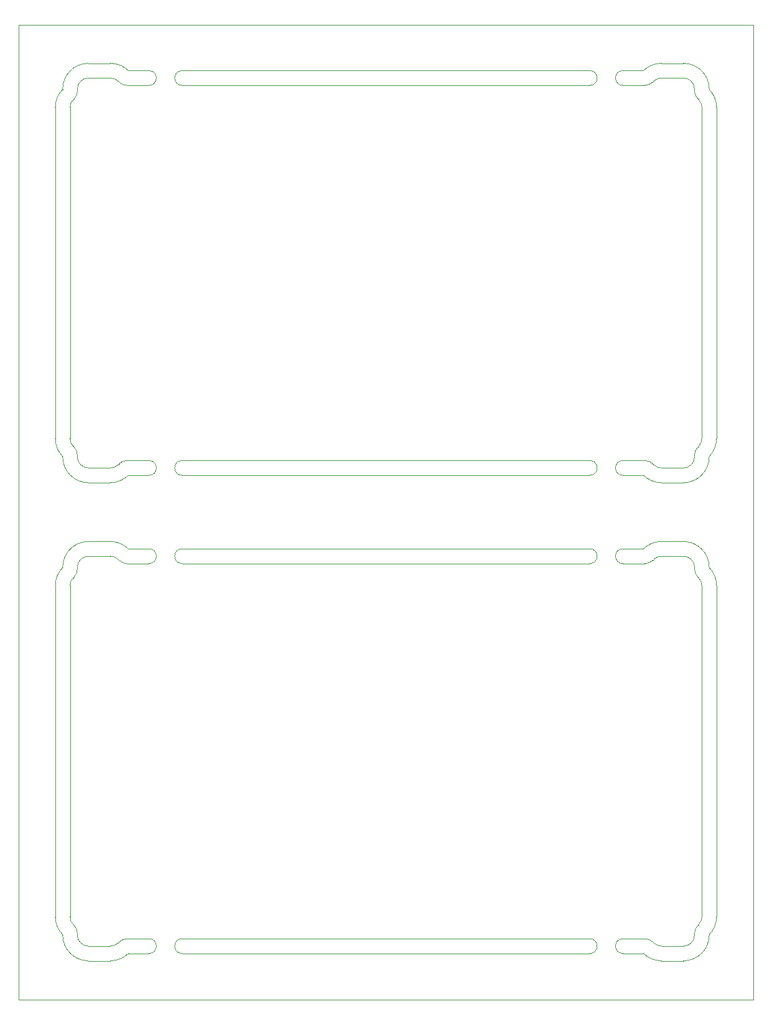
<source format=gbr>
G04 #@! TF.GenerationSoftware,KiCad,Pcbnew,5.1.5*
G04 #@! TF.CreationDate,2020-09-01T20:47:55+02:00*
G04 #@! TF.ProjectId,icE1usb-panel,69634531-7573-4622-9d70-616e656c2e6b,1.0*
G04 #@! TF.SameCoordinates,Original*
G04 #@! TF.FileFunction,Profile,NP*
%FSLAX46Y46*%
G04 Gerber Fmt 4.6, Leading zero omitted, Abs format (unit mm)*
G04 Created by KiCad (PCBNEW 5.1.5) date 2020-09-01 20:47:55*
%MOMM*%
%LPD*%
G04 APERTURE LIST*
%ADD10C,0.050000*%
G04 APERTURE END LIST*
D10*
X50000000Y-98750000D02*
X-50000000Y-98750000D01*
X-50000000Y33750000D02*
X50000000Y33750000D01*
X50000000Y-32500000D02*
X50000000Y-98750000D01*
X-50000000Y-32500000D02*
X-50000000Y-98750000D01*
X-32250000Y-39500000D02*
X-35250000Y-39500000D01*
X-32250000Y-90500000D02*
X-35250000Y-90500000D01*
X-27750000Y-39500000D02*
X27750000Y-39500000D01*
X43000000Y-42500000D02*
X43000000Y-87500000D01*
X27750000Y-90500000D02*
X-27750000Y-90500000D01*
X-43000000Y-87500000D02*
X-43000000Y-42500000D01*
X37500000Y-91500000D02*
X40500000Y-91500000D01*
X36310660Y-90939340D02*
G75*
G03X35250000Y-90500000I-1060660J-1060660D01*
G01*
X-27750000Y-37500000D02*
X27750000Y-37500000D01*
X27750000Y-92500000D02*
X-27750000Y-92500000D01*
X37500000Y-93500000D02*
X40500000Y-93500000D01*
X44000000Y-90000000D02*
G75*
G02X40500000Y-93500000I-3500000J0D01*
G01*
X45000000Y-87500000D02*
X45000000Y-42500000D01*
X-45000000Y-42500000D02*
X-45000000Y-87500000D01*
X-32250000Y-37500000D02*
G75*
G02X-32250000Y-39500000I0J-1000000D01*
G01*
X-27750000Y-39500000D02*
G75*
G02X-27750000Y-37500000I0J1000000D01*
G01*
X-32250000Y-37500000D02*
X-35000000Y-37500000D01*
X32250000Y-39500000D02*
G75*
G02X32250000Y-37500000I0J1000000D01*
G01*
X27750000Y-37500000D02*
G75*
G02X27750000Y-39500000I0J-1000000D01*
G01*
X32250000Y-37500000D02*
X35000000Y-37500000D01*
X-32250000Y-90500000D02*
G75*
G02X-32250000Y-92500000I0J-1000000D01*
G01*
X-27750000Y-92500000D02*
G75*
G02X-27750000Y-90500000I0J1000000D01*
G01*
X-32250000Y-92500000D02*
X-35000000Y-92500000D01*
X32250000Y-92500000D02*
G75*
G02X32250000Y-90500000I0J1000000D01*
G01*
X27750000Y-90500000D02*
G75*
G02X27750000Y-92500000I0J-1000000D01*
G01*
X32250000Y-92500000D02*
X35000000Y-92500000D01*
X42560660Y-88560660D02*
G75*
G03X43000000Y-87500000I-1060660J1060660D01*
G01*
X42439340Y-88689340D02*
G75*
G03X42000000Y-89750000I1060660J-1060660D01*
G01*
X42000000Y-90000000D02*
G75*
G02X40500000Y-91500000I-1500000J0D01*
G01*
X36439340Y-91060660D02*
G75*
G03X37500000Y-91500000I1060660J1060660D01*
G01*
X36310660Y-90939340D02*
X36439340Y-91060660D01*
X42560660Y-88560660D02*
X42439340Y-88689340D01*
X42000000Y-89750000D02*
X42000000Y-90000000D01*
X-36310660Y-39060660D02*
G75*
G03X-35250000Y-39500000I1060660J1060660D01*
G01*
X-37500000Y-38500000D02*
X-40500000Y-38500000D01*
X-36439340Y-38939340D02*
G75*
G03X-37500000Y-38500000I-1060660J-1060660D01*
G01*
X-42000000Y-40250000D02*
X-42000000Y-40000000D01*
X-36310660Y-39060660D02*
X-36439340Y-38939340D01*
X-42000000Y-40000000D02*
G75*
G02X-40500000Y-38500000I1500000J0D01*
G01*
X-42560660Y-41439340D02*
X-42439340Y-41310660D01*
X-42439340Y-41310660D02*
G75*
G03X-42000000Y-40250000I-1060660J1060660D01*
G01*
X-42560660Y-41439340D02*
G75*
G03X-43000000Y-42500000I1060660J-1060660D01*
G01*
X-36310660Y-90939340D02*
G75*
G02X-35250000Y-90500000I1060660J-1060660D01*
G01*
X-37500000Y-91500000D02*
X-40500000Y-91500000D01*
X-36439340Y-91060660D02*
G75*
G02X-37500000Y-91500000I-1060660J1060660D01*
G01*
X-42000000Y-89750000D02*
X-42000000Y-90000000D01*
X-36310660Y-90939340D02*
X-36439340Y-91060660D01*
X-42000000Y-90000000D02*
G75*
G03X-40500000Y-91500000I1500000J0D01*
G01*
X-42560660Y-88560660D02*
X-42439340Y-88689340D01*
X-42439340Y-88689340D02*
G75*
G02X-42000000Y-89750000I-1060660J-1060660D01*
G01*
X-42560660Y-88560660D02*
G75*
G02X-43000000Y-87500000I1060660J1060660D01*
G01*
X37500000Y-38500000D02*
X40500000Y-38500000D01*
X36439340Y-38939340D02*
G75*
G02X37500000Y-38500000I1060660J-1060660D01*
G01*
X36310660Y-39060660D02*
X36439340Y-38939340D01*
X42000000Y-40250000D02*
X42000000Y-40000000D01*
X36310660Y-39060660D02*
G75*
G02X35250000Y-39500000I-1060660J1060660D01*
G01*
X42000000Y-40000000D02*
G75*
G03X40500000Y-38500000I-1500000J0D01*
G01*
X42560660Y-41439340D02*
X42439340Y-41310660D01*
X42439340Y-41310660D02*
G75*
G02X42000000Y-40250000I1060660J1060660D01*
G01*
X42560660Y-41439340D02*
G75*
G02X43000000Y-42500000I-1060660J-1060660D01*
G01*
X35051178Y-92500654D02*
G75*
G03X37500000Y-93500000I2448822J2500654D01*
G01*
X44000654Y-89948822D02*
G75*
G03X45000000Y-87500000I-2500654J2448822D01*
G01*
X35051178Y-92500654D02*
X35000000Y-92500000D01*
X44000000Y-90000000D02*
X44000654Y-89948822D01*
X-44000000Y-40000000D02*
G75*
G02X-40500000Y-36500000I3500000J0D01*
G01*
X-37500000Y-36500000D02*
X-40500000Y-36500000D01*
X-35051178Y-37499346D02*
X-35000000Y-37500000D01*
X-44000654Y-40051178D02*
G75*
G03X-45000000Y-42500000I2500654J-2448822D01*
G01*
X-44000000Y-40000000D02*
X-44000654Y-40051178D01*
X-35051178Y-37499346D02*
G75*
G03X-37500000Y-36500000I-2448822J-2500654D01*
G01*
X44000000Y-40000000D02*
G75*
G03X40500000Y-36500000I-3500000J0D01*
G01*
X37500000Y-36500000D02*
X40500000Y-36500000D01*
X35051178Y-37499346D02*
X35000000Y-37500000D01*
X44000654Y-40051178D02*
G75*
G02X45000000Y-42500000I-2500654J-2448822D01*
G01*
X44000000Y-40000000D02*
X44000654Y-40051178D01*
X35051178Y-37499346D02*
G75*
G02X37500000Y-36500000I2448822J-2500654D01*
G01*
X-44000000Y-90000000D02*
G75*
G03X-40500000Y-93500000I3500000J0D01*
G01*
X-37500000Y-93500000D02*
X-40500000Y-93500000D01*
X-35051178Y-92500654D02*
X-35000000Y-92500000D01*
X-44000654Y-89948822D02*
G75*
G02X-45000000Y-87500000I2500654J2448822D01*
G01*
X-44000000Y-90000000D02*
X-44000654Y-89948822D01*
X-35051178Y-92500654D02*
G75*
G02X-37500000Y-93500000I-2448822J2500654D01*
G01*
X32250000Y-90500000D02*
X35250000Y-90500000D01*
X32250000Y-39500000D02*
X35250000Y-39500000D01*
X50000000Y33750000D02*
X50000000Y-32500000D01*
X-50000000Y33750000D02*
X-50000000Y-32500000D01*
X32250000Y-25500000D02*
X35250000Y-25500000D01*
X-32250000Y-25500000D02*
X-35250000Y-25500000D01*
X32250000Y25500000D02*
X35250000Y25500000D01*
X-32250000Y25500000D02*
X-35250000Y25500000D01*
X-35051178Y-27500654D02*
G75*
G02X-37500000Y-28500000I-2448822J2500654D01*
G01*
X-44000000Y-25000000D02*
X-44000654Y-24948822D01*
X-44000654Y-24948822D02*
G75*
G02X-45000000Y-22500000I2500654J2448822D01*
G01*
X-35051178Y-27500654D02*
X-35000000Y-27500000D01*
X-37500000Y-28500000D02*
X-40500000Y-28500000D01*
X-44000000Y-25000000D02*
G75*
G03X-40500000Y-28500000I3500000J0D01*
G01*
X35051178Y27500654D02*
G75*
G02X37500000Y28500000I2448822J-2500654D01*
G01*
X44000000Y25000000D02*
X44000654Y24948822D01*
X44000654Y24948822D02*
G75*
G02X45000000Y22500000I-2500654J-2448822D01*
G01*
X35051178Y27500654D02*
X35000000Y27500000D01*
X37500000Y28500000D02*
X40500000Y28500000D01*
X44000000Y25000000D02*
G75*
G03X40500000Y28500000I-3500000J0D01*
G01*
X-35051178Y27500654D02*
G75*
G03X-37500000Y28500000I-2448822J-2500654D01*
G01*
X-44000000Y25000000D02*
X-44000654Y24948822D01*
X-44000654Y24948822D02*
G75*
G03X-45000000Y22500000I2500654J-2448822D01*
G01*
X-35051178Y27500654D02*
X-35000000Y27500000D01*
X-37500000Y28500000D02*
X-40500000Y28500000D01*
X-44000000Y25000000D02*
G75*
G02X-40500000Y28500000I3500000J0D01*
G01*
X44000000Y-25000000D02*
X44000654Y-24948822D01*
X35051178Y-27500654D02*
X35000000Y-27500000D01*
X44000654Y-24948822D02*
G75*
G03X45000000Y-22500000I-2500654J2448822D01*
G01*
X35051178Y-27500654D02*
G75*
G03X37500000Y-28500000I2448822J2500654D01*
G01*
X42560660Y23560660D02*
G75*
G02X43000000Y22500000I-1060660J-1060660D01*
G01*
X42439340Y23689340D02*
G75*
G02X42000000Y24750000I1060660J1060660D01*
G01*
X42560660Y23560660D02*
X42439340Y23689340D01*
X42000000Y25000000D02*
G75*
G03X40500000Y26500000I-1500000J0D01*
G01*
X36310660Y25939340D02*
G75*
G02X35250000Y25500000I-1060660J1060660D01*
G01*
X42000000Y24750000D02*
X42000000Y25000000D01*
X36310660Y25939340D02*
X36439340Y26060660D01*
X36439340Y26060660D02*
G75*
G02X37500000Y26500000I1060660J-1060660D01*
G01*
X37500000Y26500000D02*
X40500000Y26500000D01*
X-42560660Y-23560660D02*
G75*
G02X-43000000Y-22500000I1060660J1060660D01*
G01*
X-42439340Y-23689340D02*
G75*
G02X-42000000Y-24750000I-1060660J-1060660D01*
G01*
X-42560660Y-23560660D02*
X-42439340Y-23689340D01*
X-42000000Y-25000000D02*
G75*
G03X-40500000Y-26500000I1500000J0D01*
G01*
X-36310660Y-25939340D02*
X-36439340Y-26060660D01*
X-42000000Y-24750000D02*
X-42000000Y-25000000D01*
X-36439340Y-26060660D02*
G75*
G02X-37500000Y-26500000I-1060660J1060660D01*
G01*
X-37500000Y-26500000D02*
X-40500000Y-26500000D01*
X-36310660Y-25939340D02*
G75*
G02X-35250000Y-25500000I1060660J-1060660D01*
G01*
X-42560660Y23560660D02*
G75*
G03X-43000000Y22500000I1060660J-1060660D01*
G01*
X-42439340Y23689340D02*
G75*
G03X-42000000Y24750000I-1060660J1060660D01*
G01*
X-42560660Y23560660D02*
X-42439340Y23689340D01*
X-42000000Y25000000D02*
G75*
G02X-40500000Y26500000I1500000J0D01*
G01*
X-36310660Y25939340D02*
X-36439340Y26060660D01*
X-42000000Y24750000D02*
X-42000000Y25000000D01*
X-36439340Y26060660D02*
G75*
G03X-37500000Y26500000I-1060660J-1060660D01*
G01*
X-37500000Y26500000D02*
X-40500000Y26500000D01*
X-36310660Y25939340D02*
G75*
G03X-35250000Y25500000I1060660J1060660D01*
G01*
X42000000Y-24750000D02*
X42000000Y-25000000D01*
X42560660Y-23560660D02*
X42439340Y-23689340D01*
X36310660Y-25939340D02*
X36439340Y-26060660D01*
X36439340Y-26060660D02*
G75*
G03X37500000Y-26500000I1060660J1060660D01*
G01*
X42000000Y-25000000D02*
G75*
G02X40500000Y-26500000I-1500000J0D01*
G01*
X42439340Y-23689340D02*
G75*
G03X42000000Y-24750000I1060660J-1060660D01*
G01*
X42560660Y-23560660D02*
G75*
G03X43000000Y-22500000I-1060660J1060660D01*
G01*
X32250000Y-27500000D02*
X35000000Y-27500000D01*
X27750000Y-25500000D02*
G75*
G02X27750000Y-27500000I0J-1000000D01*
G01*
X32250000Y-27500000D02*
G75*
G02X32250000Y-25500000I0J1000000D01*
G01*
X-32250000Y-27500000D02*
X-35000000Y-27500000D01*
X-27750000Y-27500000D02*
G75*
G02X-27750000Y-25500000I0J1000000D01*
G01*
X-32250000Y-25500000D02*
G75*
G02X-32250000Y-27500000I0J-1000000D01*
G01*
X32250000Y27500000D02*
X35000000Y27500000D01*
X27750000Y27500000D02*
G75*
G02X27750000Y25500000I0J-1000000D01*
G01*
X32250000Y25500000D02*
G75*
G02X32250000Y27500000I0J1000000D01*
G01*
X-32250000Y27500000D02*
X-35000000Y27500000D01*
X-27750000Y25500000D02*
G75*
G02X-27750000Y27500000I0J1000000D01*
G01*
X-32250000Y27500000D02*
G75*
G02X-32250000Y25500000I0J-1000000D01*
G01*
X-45000000Y22500000D02*
X-45000000Y-22500000D01*
X45000000Y-22500000D02*
X45000000Y22500000D01*
X44000000Y-25000000D02*
G75*
G02X40500000Y-28500000I-3500000J0D01*
G01*
X37500000Y-28500000D02*
X40500000Y-28500000D01*
X27750000Y-27500000D02*
X-27750000Y-27500000D01*
X-27750000Y27500000D02*
X27750000Y27500000D01*
X36310660Y-25939340D02*
G75*
G03X35250000Y-25500000I-1060660J-1060660D01*
G01*
X37500000Y-26500000D02*
X40500000Y-26500000D01*
X-43000000Y-22500000D02*
X-43000000Y22500000D01*
X27750000Y-25500000D02*
X-27750000Y-25500000D01*
X43000000Y22500000D02*
X43000000Y-22500000D01*
X-27750000Y25500000D02*
X27750000Y25500000D01*
M02*

</source>
